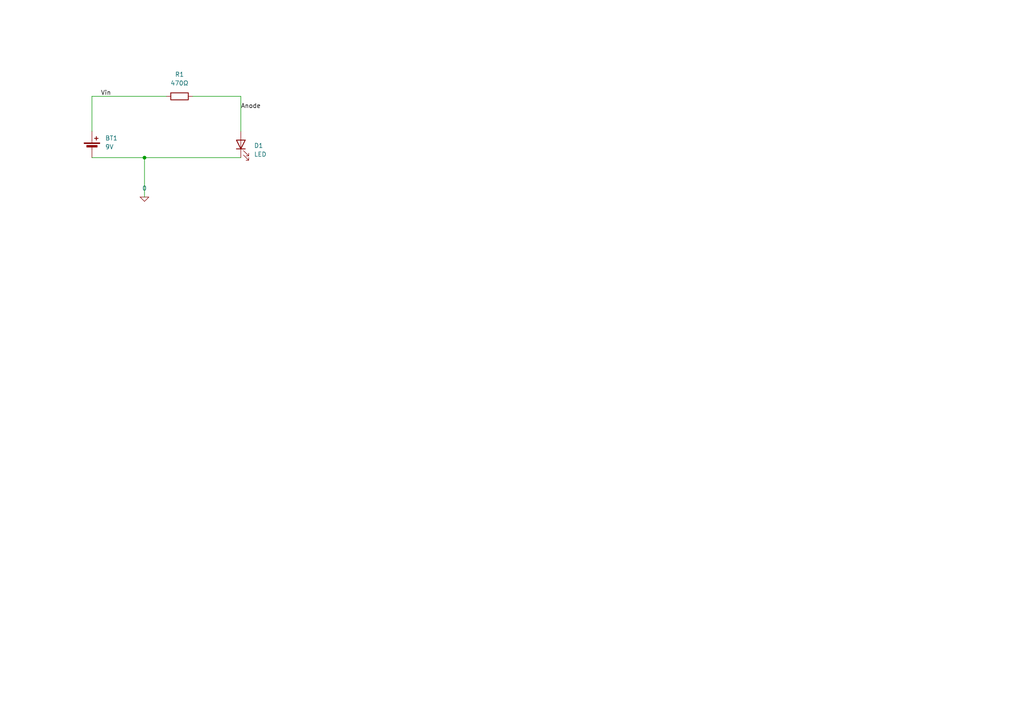
<source format=kicad_sch>
(kicad_sch (version 20230121) (generator eeschema)
  (paper "A4")
  (title_block (title "Simple LED Circuit"))
  (lib_symbols
    (symbol "Device:Battery_Cell" (pin_numbers hide) (pin_names (offset 0) hide)
      (property "Reference" "BT" (at 2.54 2.54 0))
      (property "Value" "Battery_Cell" (at 2.54 0 0))
      (symbol "Battery_Cell_0_1"
        (rectangle (start -2.286 1.778) (end 2.286 1.524) (fill (type outline)))
        (rectangle (start -1.524 1.016) (end 1.524 0.508) (fill (type outline)))
        (polyline (pts (xy 0 0.762) (xy 0 0)))
        (polyline (pts (xy 0 1.778) (xy 0 2.54)))
        (polyline (pts (xy 0.762 3.048) (xy 1.778 3.048)) (stroke (width 0.254)))
        (polyline (pts (xy 1.27 3.556) (xy 1.27 2.54)) (stroke (width 0.254)))
      )
      (symbol "Battery_Cell_1_1"
        (pin passive line (at 0 5.08 270) (length 2.54) (name "+") (number "1"))
        (pin passive line (at 0 -2.54 90) (length 2.54) (name "-") (number "2"))
      )
    )
    (symbol "Device:LED" (pin_numbers hide) (pin_names (offset 1.016) hide)
      (property "Reference" "D" (at 0 2.54 0))
      (property "Value" "LED" (at 0 -2.54 0))
      (symbol "LED_0_1"
        (polyline (pts (xy -1.27 -1.27) (xy -1.27 1.27)) (stroke (width 0.254)))
        (polyline (pts (xy -1.27 0) (xy 1.27 0)))
        (polyline (pts (xy 1.27 -1.27) (xy 1.27 1.27) (xy -1.27 0) (xy 1.27 -1.27)) (stroke (width 0.254)))
        (polyline (pts (xy -3.048 -0.762) (xy -4.572 -2.286) (xy -3.81 -2.286) (xy -4.572 -2.286) (xy -4.572 -1.524)))
        (polyline (pts (xy -1.778 -0.762) (xy -3.302 -2.286) (xy -2.54 -2.286) (xy -3.302 -2.286) (xy -3.302 -1.524)))
      )
      (symbol "LED_1_1"
        (pin passive line (at -3.81 0 0) (length 2.54) (name "K") (number "1"))
        (pin passive line (at 3.81 0 180) (length 2.54) (name "A") (number "2"))
      )
    )
    (symbol "Device:R" (pin_numbers hide) (pin_names (offset 0))
      (property "Reference" "R" (at 2.032 0 90))
      (property "Value" "R" (at 0 0 90))
      (symbol "R_0_1"
        (rectangle (start -1.016 -2.54) (end 1.016 2.54) (stroke (width 0.254)))
      )
      (symbol "R_1_1"
        (pin passive line (at 0 3.81 270) (length 1.27) (name "~") (number "1"))
        (pin passive line (at 0 -3.81 90) (length 1.27) (name "~") (number "2"))
      )
    )
    (symbol "Simulation_SPICE:0" (power) (pin_names (offset 0))
      (property "Value" "0" (at 0 -1.778 0))
      (symbol "0_0_1"
        (polyline (pts (xy -1.27 0) (xy 0 -1.27) (xy 1.27 0) (xy -1.27 0)))
      )
      (symbol "0_1_1"
        (pin power_in line (at 0 0 0) (length 0) hide (name "0") (number "1"))
      )
    )
  )
  (junction (at 41.91 45.72))
  (wire (pts (xy 26.67 27.94) (xy 48.26 27.94)))
  (wire (pts (xy 26.67 45.72) (xy 41.91 45.72)))
  (wire (pts (xy 41.91 45.72) (xy 41.91 57.15)))
  (wire (pts (xy 41.91 45.72) (xy 69.85 45.72)))
  (wire (pts (xy 69.85 27.94) (xy 69.85 38.1)))
  (wire (pts (xy 55.88 27.94) (xy 69.85 27.94)))
  (wire (pts (xy 26.67 38.1) (xy 26.67 27.94)))
  (label "Anode" (at 69.85 31.75 0))
  (label "Vin" (at 29.21 27.94 0))
  (symbol (lib_id "Device:LED") (at 69.85 41.91 90) (unit 1)
    (property "Reference" "D1" (at 73.66 42.2275 90) (effects (justify right)))
    (property "Value" "LED" (at 73.66 44.7675 90) (effects (justify right)))
    (property "Footprint" "LED_THT:LED_D3.0mm" (effects hide))
    (property "Sim.Library" "red-led.lib" (effects hide))
    (property "Sim.Name" "RED_LED" (effects hide))
    (property "Sim.Device" "D" (effects hide))
    (property "Sim.Pins" "1=K 2=A" (effects hide))
  )
  (symbol (lib_id "Device:Battery_Cell") (at 26.67 43.18 0) (unit 1)
    (property "Reference" "BT1" (at 30.48 40.0685 0) (effects (justify left)))
    (property "Value" "9V" (at 30.48 42.6085 0) (effects (justify left)))
    (property "Footprint" "Battery:BatteryHolder_MPD_BA9VPC_1xPP3" (effects hide))
    (property "Sim.Device" "V" (effects hide))
    (property "Sim.Type" "DC" (effects hide))
    (property "Sim.Pins" "1=+ 2=-" (effects hide))
    (property "Sim.Params" "dc=9" (effects hide))
  )
  (symbol (lib_id "Device:R") (at 52.07 27.94 90) (unit 1)
    (property "Reference" "R1" (at 52.07 21.59 90))
    (property "Value" "470Ω" (at 52.07 24.13 90))
    (property "Footprint" "Resistor_THT:R_Axial_DIN0207_L6.3mm_D2.5mm_P7.62mm_Horizontal" (effects hide))
    (property "Sim.Device" "R" (effects hide))
    (property "Sim.Type" "=" (effects hide))
    (property "Sim.Params" "r=470" (effects hide))
    (property "Sim.Pins" "1=+ 2=-" (effects hide))
  )
  (symbol (lib_id "Simulation_SPICE:0") (at 41.91 57.15 0) (unit 1)
    (property "Reference" "#GND01" (effects hide))
    (property "Value" "0" (at 41.91 54.61 0))
  )
)
</source>
